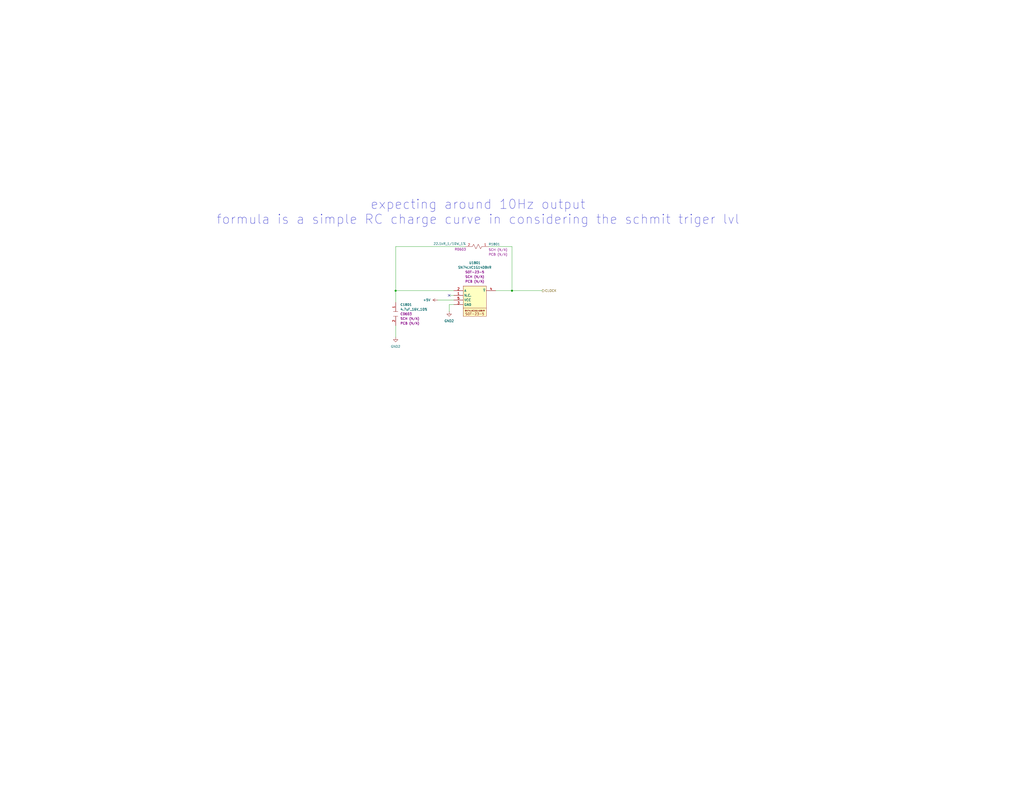
<source format=kicad_sch>
(kicad_sch (version 20231120) (generator "eeschema") (generator_version "8.0")
  (paper "C")
  (title_block (comment 2 "RELEASED"))
  (lib_symbols
    (symbol "_SCHLIB_ESP32-IsoLink:CAP_MLCC_4.7uF_16V_10%_X5R_C0603" (exclude_from_sim yes)
      (property "Reference" "C" (at 2.794 3.81 0))
      (property "Value" "4.7uF_16V_10%" (at 2.794 6.096 0))
      (property "Package" "C0603" (at 2.794 11.43 0))
      (property "SCH CHECK" "SCH (N/A)" (at 2.794 16.256 0))
      (property "PCB CHECk" "PCB (N/A)" (at 2.794 19.05 0))
      (symbol "CAP_MLCC_4.7uF_16V_10%_X5R_C0603_0_1"
        (polyline private (pts (xy 2.54 2.54) (xy 27.94 2.54)))
        (polyline private (pts (xy 2.54 5.08) (xy 27.94 5.08)))
        (polyline private (pts (xy 2.54 7.62) (xy 27.94 7.62)))
        (polyline private (pts (xy 2.54 10.16) (xy 27.94 10.16)))
        (polyline private (pts (xy 2.54 12.7) (xy 27.94 12.7)))
        (polyline private (pts (xy 2.54 15.24) (xy 27.94 15.24)))
        (polyline private (pts (xy 2.54 17.78) (xy 27.94 17.78)))
        (polyline private (pts (xy 2.54 20.32) (xy 27.94 20.32)))
        (polyline private (pts (xy 2.54 22.86) (xy 27.94 22.86)))
        (polyline private (pts (xy 2.54 25.4) (xy 27.94 25.4)))
        (polyline private (pts (xy 2.54 27.94) (xy 27.94 27.94)))
        (polyline private (pts (xy 2.54 30.48) (xy 27.94 30.48)))
        (polyline private (pts (xy 2.54 33.02) (xy 27.94 33.02)))
        (polyline private (pts (xy 2.54 35.56) (xy 27.94 35.56)))
        (polyline private (pts (xy 2.54 38.1) (xy 27.94 38.1)))
        (polyline private (pts (xy 2.54 40.64) (xy 27.94 40.64)))
        (polyline private (pts (xy 2.54 43.18) (xy 27.94 43.18)))
        (polyline private (pts (xy 2.54 45.72) (xy 27.94 45.72)))
        (polyline private (pts (xy 2.54 48.26) (xy 27.94 48.26)))
        (polyline private (pts (xy 2.54 50.8) (xy 27.94 50.8)))
        (polyline (pts (xy 5.08 1.27) (xy 5.08 -1.27)))
        (polyline (pts (xy 7.62 1.27) (xy 7.62 -1.27)))
      )
      (symbol "CAP_MLCC_4.7uF_16V_10%_X5R_C0603_1_1"
        (pin passive line (at 0 0 0) (length 5.08) (name "") (number "1"))
        (pin passive line (at 12.7 0 180) (length 5.08) (name "") (number "2"))
      )
    )
    (symbol "_SCHLIB_ESP32-IsoLink:IC_Inverter_SN74LVC1G14DBVR_1CH_5.5V_SOT-23-5" (exclude_from_sim yes)
      (property "Reference" "U" (at 2.794 3.81 0))
      (property "Value" "SN74LVC1G14DBVR" (at 2.794 6.096 0))
      (property "Package" "SOT-23-5" (at 2.794 11.43 0))
      (property "SCH CHECK" "SCH (N/A)" (at 2.794 16.256 0))
      (property "PCB CHECk" "PCB (N/A)" (at 2.794 19.05 0))
      (symbol "IC_Inverter_SN74LVC1G14DBVR_1CH_5.5V_SOT-23-5_0_1"
        (polyline private (pts (xy 2.54 2.54) (xy 27.94 2.54)))
        (polyline private (pts (xy 2.54 5.08) (xy 27.94 5.08)))
        (polyline private (pts (xy 2.54 7.62) (xy 27.94 7.62)))
        (polyline private (pts (xy 2.54 10.16) (xy 27.94 10.16)))
        (polyline private (pts (xy 2.54 12.7) (xy 27.94 12.7)))
        (polyline private (pts (xy 2.54 15.24) (xy 27.94 15.24)))
        (polyline private (pts (xy 2.54 17.78) (xy 27.94 17.78)))
        (polyline private (pts (xy 2.54 20.32) (xy 27.94 20.32)))
        (polyline private (pts (xy 2.54 22.86) (xy 27.94 22.86)))
        (polyline private (pts (xy 2.54 25.4) (xy 27.94 25.4)))
        (polyline private (pts (xy 2.54 27.94) (xy 27.94 27.94)))
        (polyline private (pts (xy 2.54 30.48) (xy 27.94 30.48)))
        (polyline private (pts (xy 2.54 33.02) (xy 27.94 33.02)))
        (polyline private (pts (xy 2.54 35.56) (xy 27.94 35.56)))
        (polyline private (pts (xy 2.54 38.1) (xy 27.94 38.1)))
        (polyline private (pts (xy 2.54 40.64) (xy 27.94 40.64)))
        (polyline private (pts (xy 2.54 43.18) (xy 27.94 43.18)))
        (polyline private (pts (xy 2.54 45.72) (xy 27.94 45.72)))
        (polyline private (pts (xy 2.54 48.26) (xy 27.94 48.26)))
        (polyline private (pts (xy 2.54 50.8) (xy 27.94 50.8)))
      )
      (symbol "IC_Inverter_SN74LVC1G14DBVR_1CH_5.5V_SOT-23-5_1_1"
        (polyline (pts (xy 0 -12.065) (xy 12.7 -12.065)))
        (rectangle (start 0 0) (end 12.7 -16.51) (fill (type background)))
        (text "SN74LVC1G14DBVR" (at 6.35 -13.462 0) (effects (font (size 0.762 0.762))))
        (text "SOT-23-5" (at 6.35 -15.24 0) (effects (font (size 1.27 1.27))))
        (pin passive line (at -5.08 -5.08 0) (length 5.08) (name "N.C.") (number "1"))
        (pin passive line (at -5.08 -2.54 0) (length 5.08) (name "A") (number "2"))
        (pin passive line (at -5.08 -10.16 0) (length 5.08) (name "GND") (number "3"))
        (pin passive line (at 17.78 -2.54 180) (length 5.08) (name "~{Y}") (number "4"))
        (pin passive line (at -5.08 -7.62 0) (length 5.08) (name "VCC") (number "5"))
      )
    )
    (symbol "_SCHLIB_ESP32-IsoLink:RES_22.1kR_1/10W_1%_R0603" (exclude_from_sim yes)
      (property "Reference" "R" (at 2.794 3.81 0))
      (property "Value" "22.1kR_1/10W_1%" (at 2.794 6.096 0))
      (property "Package" "R0603" (at 2.794 11.43 0))
      (property "SCH CHECK" "SCH (N/A)" (at 2.794 16.256 0))
      (property "PCB CHECk" "PCB (N/A)" (at 2.794 19.05 0))
      (symbol "RES_22.1kR_1/10W_1%_R0603_0_1"
        (polyline private (pts (xy 2.54 2.54) (xy 27.94 2.54)))
        (polyline private (pts (xy 2.54 5.08) (xy 27.94 5.08)))
        (polyline private (pts (xy 2.54 7.62) (xy 27.94 7.62)))
        (polyline private (pts (xy 2.54 10.16) (xy 27.94 10.16)))
        (polyline private (pts (xy 2.54 12.7) (xy 27.94 12.7)))
        (polyline private (pts (xy 2.54 15.24) (xy 27.94 15.24)))
        (polyline private (pts (xy 2.54 17.78) (xy 27.94 17.78)))
        (polyline private (pts (xy 2.54 20.32) (xy 27.94 20.32)))
        (polyline private (pts (xy 2.54 22.86) (xy 27.94 22.86)))
        (polyline private (pts (xy 2.54 25.4) (xy 27.94 25.4)))
        (polyline private (pts (xy 2.54 27.94) (xy 27.94 27.94)))
        (polyline private (pts (xy 2.54 30.48) (xy 27.94 30.48)))
        (polyline private (pts (xy 2.54 33.02) (xy 27.94 33.02)))
        (polyline private (pts (xy 2.54 35.56) (xy 27.94 35.56)))
        (polyline private (pts (xy 2.54 38.1) (xy 27.94 38.1)))
        (polyline private (pts (xy 2.54 40.64) (xy 27.94 40.64)))
        (polyline private (pts (xy 2.54 43.18) (xy 27.94 43.18)))
        (polyline private (pts (xy 2.54 45.72) (xy 27.94 45.72)))
        (polyline private (pts (xy 2.54 48.26) (xy 27.94 48.26)))
        (polyline private (pts (xy 2.54 50.8) (xy 27.94 50.8)))
        (polyline (pts (xy 3.81 0) (xy 4.445 1.27) (xy 5.715 -1.27) (xy 6.985 1.27) (xy 8.255 -1.27) (xy 8.89 0)))
      )
      (symbol "RES_22.1kR_1/10W_1%_R0603_1_1"
        (pin passive line (at 0 0 0) (length 3.81) (name "") (number "1"))
        (pin passive line (at 12.7 0 180) (length 3.81) (name "") (number "2"))
      )
    )
    (symbol "power:+5V" (power) (pin_numbers hide) (pin_names (offset 0) hide)
      (property "Value" "+5V" (at 0 3.556 0))
      (symbol "+5V_0_1"
        (polyline (pts (xy -0.762 1.27) (xy 0 2.54)))
        (polyline (pts (xy 0 0) (xy 0 2.54)))
        (polyline (pts (xy 0 2.54) (xy 0.762 1.27)))
      )
      (symbol "+5V_1_1"
        (pin power_in line (at 0 0 90) (length 0) (name "~") (number "1"))
      )
    )
    (symbol "power:GND2" (power) (pin_numbers hide) (pin_names (offset 0) hide)
      (property "Value" "GND2" (at 0 -3.81 0))
      (symbol "GND2_0_1"
        (polyline (pts (xy 0 0) (xy 0 -1.27) (xy 1.27 -1.27) (xy 0 -2.54) (xy -1.27 -1.27) (xy 0 -1.27)))
      )
      (symbol "GND2_1_1"
        (pin power_in line (at 0 0 270) (length 0) (name "~") (number "1"))
      )
    )
  )
  (junction (at 279.4 158.75))
  (junction (at 215.9 158.75))
  (no_connect (at 245.11 161.29))
  (wire (pts (xy 270.51 158.75) (xy 279.4 158.75)))
  (wire (pts (xy 247.65 158.75) (xy 215.9 158.75)))
  (wire (pts (xy 245.11 166.37) (xy 247.65 166.37)))
  (wire (pts (xy 279.4 134.62) (xy 279.4 158.75)))
  (wire (pts (xy 245.11 170.18) (xy 245.11 166.37)))
  (wire (pts (xy 254 134.62) (xy 215.9 134.62)))
  (wire (pts (xy 215.9 158.75) (xy 215.9 165.1)))
  (wire (pts (xy 279.4 158.75) (xy 295.91 158.75)))
  (wire (pts (xy 238.76 163.83) (xy 247.65 163.83)))
  (wire (pts (xy 215.9 184.15) (xy 215.9 177.8)))
  (wire (pts (xy 215.9 134.62) (xy 215.9 158.75)))
  (wire (pts (xy 279.4 134.62) (xy 266.7 134.62)))
  (wire (pts (xy 245.11 161.29) (xy 247.65 161.29)))
  (text "expecting around 10Hz output\nformula is a simple RC charge curve in considering the schmit triger lvl" (at 260.858 115.824 0) (effects (font (size 5.08 5.08))))
  (hierarchical_label "CLOCK" (shape output) (at 295.91 158.75 0))
  (symbol (lib_id "power:GND2") (at 245.11 170.18 0) (unit 1)
    (property "Reference" "#PWR01803" (effects (hide yes)))
    (property "Value" "GND2" (at 245.11 175.26 0))
    (property "Description" "Power symbol creates a global label with name \"GND2\" , ground" (effects (hide yes)))
  )
  (symbol (lib_id "_SCHLIB_ESP32-IsoLink:CAP_MLCC_4.7uF_16V_10%_X5R_C0603") (at 215.9 165.1 270) (unit 1) (exclude_from_sim yes)
    (property "Reference" "C1801" (at 218.44 166.3699 90) (effects (justify left)))
    (property "Value" "4.7uF_16V_10%" (at 218.44 168.9099 90) (effects (justify left)))
    (property "Footprint" "_PCBLIB_ESP32-IsoLink:C_0603_1608Metric" (effects (hide yes)))
    (property "Datasheet" "https://mm.digikey.com/Volume0/opasdata/d220001/medias/docus/2328/CL10A475KO8NNNC_Spec.pdf" (effects (hide yes)))
    (property "Description" "4.7 µF ±10% 16V Ceramic Capacitor X5R 0603 (1608 Metric)" (effects (hide yes)))
    (property "Package" "C0603" (at 218.44 171.4499 90) (effects (justify left)))
    (property "Manufacturer 1" "Samsung Electro-Mechanics" (effects (hide yes)))
    (property "MPN 1" "CL10A475KO8NNNC" (effects (hide yes)))
    (property "Vendor 1 Part# - TR" "1276-1784-2-ND" (effects (hide yes)))
    (property "Vendor 1 Part# - CT" "1276-1784-1-ND" (effects (hide yes)))
    (property "Vendor 1" "Digikey" (effects (hide yes)))
    (property "Purchase Link 1" "https://www.digikey.ca/en/products/detail/samsung-electro-mechanics/CL10A475KO8NNNC/3887442" (effects (hide yes)))
    (property "Manufacturer 2" "Samsung Electro-Mechanics" (effects (hide yes)))
    (property "MPN 2" "CL10A475KO8NNNC" (effects (hide yes)))
    (property "Vendor 2 Part# - TR" "C19666" (effects (hide yes)))
    (property "Vendor 2 Part# - CT" "C19666" (effects (hide yes)))
    (property "Vendor 2" "LCSC Electronics" (effects (hide yes)))
    (property "Purchase Link 2" "https://www.lcsc.com/product-detail/Multilayer-Ceramic-Capacitors-MLCC-SMD-SMT_Samsung-Electro-Mechanics-CL10A475KO8NNNC_C19666.html?s_z=n_CL10A475KO8NNNC" (effects (hide yes)))
    (property "SCH CHECK" "SCH (N/A)" (at 218.44 173.9899 90) (effects (justify left)))
    (property "PCB CHECk" "PCB (N/A)" (at 218.44 176.5299 90) (effects (justify left)))
  )
  (symbol (lib_id "_SCHLIB_ESP32-IsoLink:IC_Inverter_SN74LVC1G14DBVR_1CH_5.5V_SOT-23-5") (at 252.73 156.21 0) (unit 1) (exclude_from_sim yes)
    (property "Reference" "U1801" (at 259.08 143.51 0))
    (property "Value" "SN74LVC1G14DBVR" (at 259.08 146.05 0))
    (property "Footprint" "_PCBLIB_ESP32-IsoLink:SOT-23-5" (effects (hide yes)))
    (property "Datasheet" "https://www.ti.com/general/docs/suppproductinfo.tsp?distId=10&gotoUrl=https%3A%2F%2Fwww.ti.com%2Flit%2Fgpn%2Fsn74lvc1g14" (effects (hide yes)))
    (property "Description" "Inverter IC 1 Channel Schmitt Trigger SOT-23-5" (effects (hide yes)))
    (property "Package" "SOT-23-5" (at 259.08 148.59 0))
    (property "Manufacturer 1" "Texas Instruments" (effects (hide yes)))
    (property "MPN 1" "SN74LVC1G14DBVR" (effects (hide yes)))
    (property "Vendor 1 Part# - TR" "296-11607-2-ND" (effects (hide yes)))
    (property "Vendor 1 Part# - CT" "296-11607-1-ND" (effects (hide yes)))
    (property "Vendor 1" "Digikey" (effects (hide yes)))
    (property "Purchase Link 1" "https://www.digikey.ca/en/products/detail/texas-instruments/SN74LVC1G14DBVR/385724" (effects (hide yes)))
    (property "Manufacturer 2" "Texas Instruments" (effects (hide yes)))
    (property "MPN 2" "SN74LVC1G14DBVR" (effects (hide yes)))
    (property "Vendor 2 Part# - TR" "C7835" (effects (hide yes)))
    (property "Vendor 2 Part# - CT" "C7835" (effects (hide yes)))
    (property "Vendor 2" "LCSC Electronics" (effects (hide yes)))
    (property "Purchase Link 2" "https://www.lcsc.com/product-detail/Inverters_Texas-Instruments-SN74LVC1G14DBVR_C7835.html?s_z=n_SN74LVC1G14DBVR" (effects (hide yes)))
    (property "SCH CHECK" "SCH (N/A)" (at 259.08 151.13 0))
    (property "PCB CHECk" "PCB (N/A)" (at 259.08 153.67 0))
  )
  (symbol (lib_id "power:+5V") (at 238.76 163.83 90) (unit 1)
    (property "Reference" "#PWR01802" (effects (hide yes)))
    (property "Value" "+5V" (at 234.95 163.8299 90) (effects (justify left)))
    (property "Description" "Power symbol creates a global label with name \"+5V\"" (effects (hide yes)))
  )
  (symbol (lib_id "_SCHLIB_ESP32-IsoLink:RES_22.1kR_1/10W_1%_R0603") (at 266.7 134.62 180) (unit 1) (exclude_from_sim yes)
    (property "Reference" "R1801" (at 269.748 133.35 0))
    (property "Value" "22.1kR_1/10W_1%" (at 245.364 133.096 0))
    (property "Footprint" "_PCBLIB_ESP32-IsoLink:R_0603_1608Metric" (effects (hide yes)))
    (property "Datasheet" "https://www.seielect.com/catalog/sei-rmcf_rmcp.pdf" (effects (hide yes)))
    (property "Description" "22.1 kOhms ±1% 0.1W, 1/10W Chip Resistor 0603 (1608 Metric) Automotive AEC-Q200 Thick Film" (effects (hide yes)))
    (property "Package" "R0603" (at 251.206 136.144 0))
    (property "Manufacturer 1" "Stackpole Electronics Inc" (effects (hide yes)))
    (property "MPN 1" "RMCF0603FT22K1" (effects (hide yes)))
    (property "Vendor 1 Part# - TR" "RMCF0603FT22K1TR-ND" (effects (hide yes)))
    (property "Vendor 1 Part# - CT" "RMCF0603FT22K1CT-ND" (effects (hide yes)))
    (property "Vendor 1" "Digikey" (effects (hide yes)))
    (property "Purchase Link 1" "https://www.digikey.ca/en/products/detail/stackpole-electronics-inc/RMCF0603FT22K1/1760764" (effects (hide yes)))
    (property "Manufacturer 2" "YAGEO" (effects (hide yes)))
    (property "MPN 2" "RC0603FR-0722K1L" (effects (hide yes)))
    (property "Vendor 2 Part# - TR" "C137768" (effects (hide yes)))
    (property "Vendor 2 Part# - CT" "C137768" (effects (hide yes)))
    (property "Vendor 2" "LCSC Electronics" (effects (hide yes)))
    (property "Purchase Link 2" "https://www.lcsc.com/product-detail/Chip-Resistor-Surface-Mount_YAGEO-RC0603FR-0722K1L_C137768.html" (effects (hide yes)))
    (property "SCH CHECK" "SCH (N/A)" (at 271.78 136.398 0))
    (property "PCB CHECk" "PCB (N/A)" (at 271.78 138.938 0))
  )
  (symbol (lib_id "power:GND2") (at 215.9 184.15 0) (unit 1)
    (property "Reference" "#PWR01801" (effects (hide yes)))
    (property "Value" "GND2" (at 215.9 189.23 0))
    (property "Description" "Power symbol creates a global label with name \"GND2\" , ground" (effects (hide yes)))
  )
)
</source>
